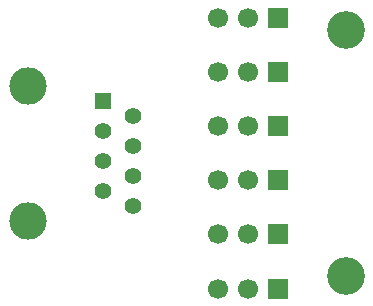
<source format=gbr>
%TF.GenerationSoftware,KiCad,Pcbnew,9.0.1*%
%TF.CreationDate,2025-04-27T11:51:01-04:00*%
%TF.ProjectId,ServoBreakout,53657276-6f42-4726-9561-6b6f75742e6b,rev?*%
%TF.SameCoordinates,Original*%
%TF.FileFunction,Soldermask,Bot*%
%TF.FilePolarity,Negative*%
%FSLAX46Y46*%
G04 Gerber Fmt 4.6, Leading zero omitted, Abs format (unit mm)*
G04 Created by KiCad (PCBNEW 9.0.1) date 2025-04-27 11:51:01*
%MOMM*%
%LPD*%
G01*
G04 APERTURE LIST*
%ADD10C,3.200000*%
%ADD11R,1.400000X1.400000*%
%ADD12C,1.400000*%
%ADD13C,3.170000*%
%ADD14R,1.700000X1.700000*%
%ADD15C,1.700000*%
G04 APERTURE END LIST*
D10*
%TO.C,REF\u002A\u002A*%
X135509000Y-91440000D03*
%TD*%
%TO.C,REF\u002A\u002A*%
X135509000Y-70612000D03*
%TD*%
D11*
%TO.C,J1*%
X114935000Y-76581000D03*
D12*
X117475000Y-77851000D03*
X114935000Y-79121000D03*
X117475000Y-80391000D03*
X114935000Y-81661000D03*
X117475000Y-82931000D03*
X114935000Y-84201000D03*
X117475000Y-85471000D03*
D13*
X108585000Y-75311000D03*
X108585000Y-86741000D03*
%TD*%
D14*
%TO.C,Pin2*%
X129794000Y-74132000D03*
D15*
X127254000Y-74132000D03*
X124714000Y-74132000D03*
%TD*%
D14*
%TO.C,Pin5*%
X129794000Y-87902000D03*
D15*
X127254000Y-87902000D03*
X124714000Y-87902000D03*
%TD*%
D14*
%TO.C,Pin6*%
X129794000Y-92492000D03*
D15*
X127254000Y-92492000D03*
X124714000Y-92492000D03*
%TD*%
D14*
%TO.C,Pin4*%
X129794000Y-83312000D03*
D15*
X127254000Y-83312000D03*
X124714000Y-83312000D03*
%TD*%
D14*
%TO.C,Pin3*%
X129794000Y-78722000D03*
D15*
X127254000Y-78722000D03*
X124714000Y-78722000D03*
%TD*%
D14*
%TO.C,Pin1*%
X129794000Y-69542000D03*
D15*
X127254000Y-69542000D03*
X124714000Y-69542000D03*
%TD*%
M02*

</source>
